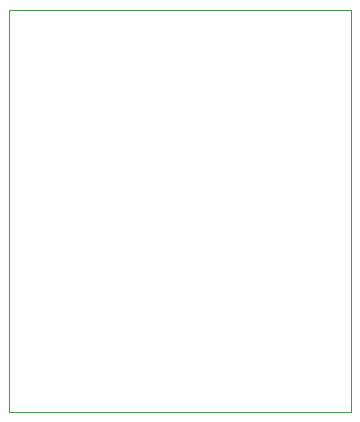
<source format=gbr>
G04 #@! TF.GenerationSoftware,KiCad,Pcbnew,5.1.5*
G04 #@! TF.CreationDate,2020-05-30T17:31:02+02:00*
G04 #@! TF.ProjectId,lichtenprog,6c696368-7465-46e7-9072-6f672e6b6963,rev?*
G04 #@! TF.SameCoordinates,Original*
G04 #@! TF.FileFunction,Profile,NP*
%FSLAX46Y46*%
G04 Gerber Fmt 4.6, Leading zero omitted, Abs format (unit mm)*
G04 Created by KiCad (PCBNEW 5.1.5) date 2020-05-30 17:31:02*
%MOMM*%
%LPD*%
G04 APERTURE LIST*
%ADD10C,0.050000*%
G04 APERTURE END LIST*
D10*
X93000000Y-46000000D02*
X64000000Y-46000000D01*
X93000000Y-80000000D02*
X64000000Y-80000000D01*
X64000000Y-80000000D02*
X64000000Y-46000000D01*
X93000000Y-46000000D02*
X93000000Y-80000000D01*
M02*

</source>
